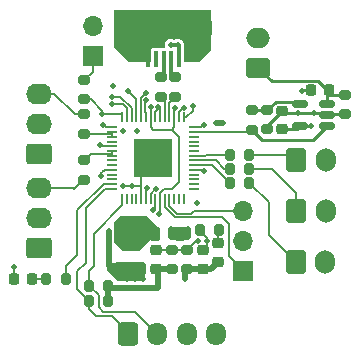
<source format=gtl>
G04 #@! TF.GenerationSoftware,KiCad,Pcbnew,(6.0.7)*
G04 #@! TF.CreationDate,2022-10-27T11:51:29+02:00*
G04 #@! TF.ProjectId,reservoirCon,72657365-7276-46f6-9972-436f6e2e6b69,rev?*
G04 #@! TF.SameCoordinates,Original*
G04 #@! TF.FileFunction,Copper,L1,Top*
G04 #@! TF.FilePolarity,Positive*
%FSLAX46Y46*%
G04 Gerber Fmt 4.6, Leading zero omitted, Abs format (unit mm)*
G04 Created by KiCad (PCBNEW (6.0.7)) date 2022-10-27 11:51:29*
%MOMM*%
%LPD*%
G01*
G04 APERTURE LIST*
G04 Aperture macros list*
%AMRoundRect*
0 Rectangle with rounded corners*
0 $1 Rounding radius*
0 $2 $3 $4 $5 $6 $7 $8 $9 X,Y pos of 4 corners*
0 Add a 4 corners polygon primitive as box body*
4,1,4,$2,$3,$4,$5,$6,$7,$8,$9,$2,$3,0*
0 Add four circle primitives for the rounded corners*
1,1,$1+$1,$2,$3*
1,1,$1+$1,$4,$5*
1,1,$1+$1,$6,$7*
1,1,$1+$1,$8,$9*
0 Add four rect primitives between the rounded corners*
20,1,$1+$1,$2,$3,$4,$5,0*
20,1,$1+$1,$4,$5,$6,$7,0*
20,1,$1+$1,$6,$7,$8,$9,0*
20,1,$1+$1,$8,$9,$2,$3,0*%
G04 Aperture macros list end*
G04 #@! TA.AperFunction,ComponentPad*
%ADD10RoundRect,0.250000X-0.600000X-0.750000X0.600000X-0.750000X0.600000X0.750000X-0.600000X0.750000X0*%
G04 #@! TD*
G04 #@! TA.AperFunction,ComponentPad*
%ADD11O,1.700000X2.000000*%
G04 #@! TD*
G04 #@! TA.AperFunction,SMDPad,CuDef*
%ADD12RoundRect,0.200000X-0.275000X0.200000X-0.275000X-0.200000X0.275000X-0.200000X0.275000X0.200000X0*%
G04 #@! TD*
G04 #@! TA.AperFunction,SMDPad,CuDef*
%ADD13RoundRect,0.200000X-0.200000X-0.275000X0.200000X-0.275000X0.200000X0.275000X-0.200000X0.275000X0*%
G04 #@! TD*
G04 #@! TA.AperFunction,SMDPad,CuDef*
%ADD14RoundRect,0.200000X0.275000X-0.200000X0.275000X0.200000X-0.275000X0.200000X-0.275000X-0.200000X0*%
G04 #@! TD*
G04 #@! TA.AperFunction,SMDPad,CuDef*
%ADD15RoundRect,0.050000X-0.387500X-0.050000X0.387500X-0.050000X0.387500X0.050000X-0.387500X0.050000X0*%
G04 #@! TD*
G04 #@! TA.AperFunction,SMDPad,CuDef*
%ADD16RoundRect,0.050000X-0.050000X-0.387500X0.050000X-0.387500X0.050000X0.387500X-0.050000X0.387500X0*%
G04 #@! TD*
G04 #@! TA.AperFunction,SMDPad,CuDef*
%ADD17R,3.200000X3.200000*%
G04 #@! TD*
G04 #@! TA.AperFunction,ComponentPad*
%ADD18R,1.700000X1.700000*%
G04 #@! TD*
G04 #@! TA.AperFunction,ComponentPad*
%ADD19O,1.700000X1.700000*%
G04 #@! TD*
G04 #@! TA.AperFunction,SMDPad,CuDef*
%ADD20RoundRect,0.200000X0.200000X0.275000X-0.200000X0.275000X-0.200000X-0.275000X0.200000X-0.275000X0*%
G04 #@! TD*
G04 #@! TA.AperFunction,ComponentPad*
%ADD21RoundRect,0.250000X0.750000X-0.600000X0.750000X0.600000X-0.750000X0.600000X-0.750000X-0.600000X0*%
G04 #@! TD*
G04 #@! TA.AperFunction,ComponentPad*
%ADD22O,2.000000X1.700000*%
G04 #@! TD*
G04 #@! TA.AperFunction,ComponentPad*
%ADD23RoundRect,0.250000X0.845000X-0.620000X0.845000X0.620000X-0.845000X0.620000X-0.845000X-0.620000X0*%
G04 #@! TD*
G04 #@! TA.AperFunction,ComponentPad*
%ADD24O,2.190000X1.740000*%
G04 #@! TD*
G04 #@! TA.AperFunction,ComponentPad*
%ADD25RoundRect,0.250000X-0.600000X-0.725000X0.600000X-0.725000X0.600000X0.725000X-0.600000X0.725000X0*%
G04 #@! TD*
G04 #@! TA.AperFunction,ComponentPad*
%ADD26O,1.700000X1.950000*%
G04 #@! TD*
G04 #@! TA.AperFunction,SMDPad,CuDef*
%ADD27RoundRect,0.225000X0.250000X-0.225000X0.250000X0.225000X-0.250000X0.225000X-0.250000X-0.225000X0*%
G04 #@! TD*
G04 #@! TA.AperFunction,SMDPad,CuDef*
%ADD28RoundRect,0.150000X0.512500X0.150000X-0.512500X0.150000X-0.512500X-0.150000X0.512500X-0.150000X0*%
G04 #@! TD*
G04 #@! TA.AperFunction,SMDPad,CuDef*
%ADD29RoundRect,0.225000X-0.250000X0.225000X-0.250000X-0.225000X0.250000X-0.225000X0.250000X0.225000X0*%
G04 #@! TD*
G04 #@! TA.AperFunction,SMDPad,CuDef*
%ADD30RoundRect,0.218750X-0.218750X-0.256250X0.218750X-0.256250X0.218750X0.256250X-0.218750X0.256250X0*%
G04 #@! TD*
G04 #@! TA.AperFunction,SMDPad,CuDef*
%ADD31RoundRect,0.218750X0.218750X0.381250X-0.218750X0.381250X-0.218750X-0.381250X0.218750X-0.381250X0*%
G04 #@! TD*
G04 #@! TA.AperFunction,SMDPad,CuDef*
%ADD32RoundRect,0.225000X0.225000X0.250000X-0.225000X0.250000X-0.225000X-0.250000X0.225000X-0.250000X0*%
G04 #@! TD*
G04 #@! TA.AperFunction,SMDPad,CuDef*
%ADD33R,0.400000X1.400000*%
G04 #@! TD*
G04 #@! TA.AperFunction,SMDPad,CuDef*
%ADD34R,1.750000X1.900000*%
G04 #@! TD*
G04 #@! TA.AperFunction,SMDPad,CuDef*
%ADD35R,1.150000X1.450000*%
G04 #@! TD*
G04 #@! TA.AperFunction,ComponentPad*
%ADD36O,1.050000X1.900000*%
G04 #@! TD*
G04 #@! TA.AperFunction,SMDPad,CuDef*
%ADD37RoundRect,0.250000X1.100000X-0.325000X1.100000X0.325000X-1.100000X0.325000X-1.100000X-0.325000X0*%
G04 #@! TD*
G04 #@! TA.AperFunction,ViaPad*
%ADD38C,0.500000*%
G04 #@! TD*
G04 #@! TA.AperFunction,Conductor*
%ADD39C,0.200000*%
G04 #@! TD*
G04 #@! TA.AperFunction,Conductor*
%ADD40C,0.250000*%
G04 #@! TD*
G04 #@! TA.AperFunction,Conductor*
%ADD41C,0.500000*%
G04 #@! TD*
G04 #@! TA.AperFunction,Conductor*
%ADD42C,0.300000*%
G04 #@! TD*
G04 #@! TA.AperFunction,Conductor*
%ADD43C,0.127000*%
G04 #@! TD*
G04 APERTURE END LIST*
D10*
X162250000Y-107000000D03*
D11*
X164750000Y-107000000D03*
D12*
X166333750Y-101450000D03*
X166333750Y-103100000D03*
D13*
X144675000Y-118900000D03*
X146325000Y-118900000D03*
D14*
X151700000Y-116225000D03*
X151700000Y-114575000D03*
D15*
X146662500Y-104200000D03*
X146662500Y-104600000D03*
X146662500Y-105000000D03*
X146662500Y-105400000D03*
X146662500Y-105800000D03*
X146662500Y-106200000D03*
X146662500Y-106600000D03*
X146662500Y-107000000D03*
X146662500Y-107400000D03*
X146662500Y-107800000D03*
X146662500Y-108200000D03*
X146662500Y-108600000D03*
X146662500Y-109000000D03*
X146662500Y-109400000D03*
D16*
X147500000Y-110237500D03*
X147900000Y-110237500D03*
X148300000Y-110237500D03*
X148700000Y-110237500D03*
X149100000Y-110237500D03*
X149500000Y-110237500D03*
X149900000Y-110237500D03*
X150300000Y-110237500D03*
X150700000Y-110237500D03*
X151100000Y-110237500D03*
X151500000Y-110237500D03*
X151900000Y-110237500D03*
X152300000Y-110237500D03*
X152700000Y-110237500D03*
D15*
X153537500Y-109400000D03*
X153537500Y-109000000D03*
X153537500Y-108600000D03*
X153537500Y-108200000D03*
X153537500Y-107800000D03*
X153537500Y-107400000D03*
X153537500Y-107000000D03*
X153537500Y-106600000D03*
X153537500Y-106200000D03*
X153537500Y-105800000D03*
X153537500Y-105400000D03*
X153537500Y-105000000D03*
X153537500Y-104600000D03*
X153537500Y-104200000D03*
D16*
X152700000Y-103362500D03*
X152300000Y-103362500D03*
X151900000Y-103362500D03*
X151500000Y-103362500D03*
X151100000Y-103362500D03*
X150700000Y-103362500D03*
X150300000Y-103362500D03*
X149900000Y-103362500D03*
X149500000Y-103362500D03*
X149100000Y-103362500D03*
X148700000Y-103362500D03*
X148300000Y-103362500D03*
X147900000Y-103362500D03*
X147500000Y-103362500D03*
D17*
X150100000Y-106800000D03*
D18*
X145000000Y-98200000D03*
D19*
X145000000Y-95660000D03*
D20*
X142725000Y-117000000D03*
X141075000Y-117000000D03*
D21*
X159000000Y-99150000D03*
D22*
X159000000Y-96650000D03*
D23*
X140420000Y-114440000D03*
D24*
X140420000Y-111900000D03*
X140420000Y-109360000D03*
D25*
X147950000Y-121700000D03*
D26*
X150450000Y-121700000D03*
X152950000Y-121700000D03*
X155450000Y-121700000D03*
D27*
X154300000Y-116175000D03*
X154300000Y-114625000D03*
D12*
X153000000Y-114575000D03*
X153000000Y-116225000D03*
D28*
X164821250Y-104095000D03*
X164821250Y-103145000D03*
X164821250Y-102195000D03*
X162546250Y-102195000D03*
X162546250Y-104095000D03*
D29*
X161033750Y-102800000D03*
X161033750Y-104350000D03*
X150400000Y-114625000D03*
X150400000Y-116175000D03*
D23*
X140420000Y-106440000D03*
D24*
X140420000Y-103900000D03*
X140420000Y-101360000D03*
D10*
X162250000Y-111300000D03*
D11*
X164750000Y-111300000D03*
D13*
X156600000Y-107700000D03*
X158250000Y-107700000D03*
D14*
X144300000Y-101825000D03*
X144300000Y-100175000D03*
X158496250Y-104390000D03*
X158496250Y-102740000D03*
D30*
X138312500Y-117000000D03*
X139887500Y-117000000D03*
D31*
X152362500Y-113200000D03*
X150237500Y-113200000D03*
D27*
X155600000Y-115575000D03*
X155600000Y-114025000D03*
D13*
X156600000Y-106500000D03*
X158250000Y-106500000D03*
D14*
X144300000Y-108625000D03*
X144300000Y-106975000D03*
X159783750Y-104370000D03*
X159783750Y-102720000D03*
D13*
X154075000Y-112900000D03*
X155725000Y-112900000D03*
X156600000Y-108900000D03*
X158250000Y-108900000D03*
D32*
X165008750Y-101075000D03*
X163458750Y-101075000D03*
D10*
X162200000Y-115600000D03*
D11*
X164700000Y-115600000D03*
D12*
X144300000Y-103075000D03*
X144300000Y-104725000D03*
D33*
X152300000Y-98450000D03*
X151650000Y-98450000D03*
X151000000Y-98450000D03*
X150350000Y-98450000D03*
X149700000Y-98450000D03*
D34*
X149875000Y-95800000D03*
X152125000Y-95800000D03*
D35*
X148680000Y-98030000D03*
D36*
X154575000Y-95800000D03*
X147425000Y-95800000D03*
D35*
X153320000Y-98030000D03*
D37*
X148200000Y-116175000D03*
X148200000Y-113225000D03*
D12*
X150800000Y-99975000D03*
X150800000Y-101625000D03*
X152000000Y-99975000D03*
X152000000Y-101625000D03*
D18*
X157700000Y-116325000D03*
D19*
X157700000Y-113785000D03*
X157700000Y-111245000D03*
D13*
X144675000Y-117600000D03*
X146325000Y-117600000D03*
D38*
X149600000Y-109300000D03*
X151300000Y-105800000D03*
X147600000Y-109200000D03*
X149800000Y-105800000D03*
X156000000Y-103800000D03*
X162700000Y-101100000D03*
X155000000Y-116175000D03*
X148300000Y-109200000D03*
X153800000Y-110600000D03*
X152800000Y-117000000D03*
X149300000Y-117000000D03*
X146400000Y-115000000D03*
X149100000Y-105800000D03*
X155400000Y-103800000D03*
X163509250Y-104095000D03*
X146400000Y-113600000D03*
X146400000Y-114300000D03*
X150500000Y-105800000D03*
X148600000Y-117000000D03*
X138300000Y-116000000D03*
X146754709Y-100707559D03*
X147900000Y-117000000D03*
X147600000Y-104500000D03*
X146400000Y-113000000D03*
X147600000Y-117800000D03*
X150500000Y-117800000D03*
X163700000Y-103000000D03*
X148400000Y-117800000D03*
X162400000Y-103000000D03*
X149100000Y-117800000D03*
X154400000Y-104000000D03*
X145900000Y-104000000D03*
X145700000Y-108300000D03*
X149800000Y-117800000D03*
X150526503Y-102500000D03*
X150100000Y-111200000D03*
X148748418Y-104500000D03*
X154400000Y-107900000D03*
X152700000Y-102548500D03*
X153500000Y-102400000D03*
X148100000Y-112000000D03*
X148700000Y-112000000D03*
X147500000Y-112000000D03*
X149300000Y-112000000D03*
X153100000Y-112800000D03*
X153100000Y-113500000D03*
X151600000Y-113500000D03*
X151600000Y-112800000D03*
X149900000Y-102500000D03*
X152000000Y-102555379D03*
X150637221Y-111522333D03*
X154700000Y-113800000D03*
X153900000Y-113800000D03*
X152200000Y-97200000D03*
X151600000Y-97200000D03*
X150400000Y-109400000D03*
X145800000Y-103107559D03*
X145600000Y-105700000D03*
X146600000Y-102234062D03*
X146600000Y-101607559D03*
X148000000Y-101107559D03*
X149501502Y-101291619D03*
X149517907Y-101917907D03*
D39*
X149500000Y-109400000D02*
X149500000Y-110237500D01*
X149600000Y-109300000D02*
X149500000Y-109400000D01*
D40*
X162725000Y-101075000D02*
X163458750Y-101075000D01*
D39*
X149100000Y-109200000D02*
X149100000Y-107800000D01*
D40*
X161033750Y-104350000D02*
X162291250Y-104350000D01*
D39*
X149100000Y-107800000D02*
X150100000Y-106800000D01*
D40*
X162546250Y-104095000D02*
X163509250Y-104095000D01*
D41*
X146400000Y-115900000D02*
X146675000Y-116175000D01*
X152800000Y-116425000D02*
X153000000Y-116225000D01*
X146400000Y-113000000D02*
X146400000Y-115900000D01*
D39*
X149100000Y-109200000D02*
X147600000Y-109200000D01*
X138312500Y-117000000D02*
X138312500Y-116012500D01*
D41*
X154300000Y-116175000D02*
X155000000Y-116175000D01*
X153000000Y-116225000D02*
X154250000Y-116225000D01*
X155000000Y-116175000D02*
X155600000Y-115575000D01*
X146675000Y-116175000D02*
X148200000Y-116175000D01*
D40*
X162291250Y-104350000D02*
X162546250Y-104095000D01*
D41*
X152800000Y-117000000D02*
X152800000Y-116425000D01*
D39*
X138312500Y-116012500D02*
X138300000Y-116000000D01*
D41*
X154250000Y-116225000D02*
X154300000Y-116175000D01*
X155400000Y-103800000D02*
X156000000Y-103800000D01*
D40*
X162700000Y-101100000D02*
X162725000Y-101075000D01*
D39*
X149100000Y-110237500D02*
X149100000Y-109200000D01*
D40*
X161233750Y-103000000D02*
X161033750Y-102800000D01*
D39*
X152300000Y-102929959D02*
X152300000Y-103362500D01*
X153537500Y-107800000D02*
X154300000Y-107800000D01*
D40*
X166333750Y-103100000D02*
X164866250Y-103100000D01*
D39*
X150300000Y-102900000D02*
X150526503Y-102673497D01*
D41*
X146325000Y-117600000D02*
X146325000Y-118900000D01*
D40*
X163700000Y-103000000D02*
X163500000Y-103000000D01*
X159783750Y-104050000D02*
X159783750Y-104370000D01*
D39*
X145700000Y-108100000D02*
X145700000Y-108300000D01*
D41*
X147600000Y-117800000D02*
X146525000Y-117800000D01*
D39*
X150526503Y-102673497D02*
X150526503Y-102500000D01*
D40*
X164676250Y-103000000D02*
X163700000Y-103000000D01*
D39*
X145800000Y-108000000D02*
X145700000Y-108100000D01*
D41*
X147600000Y-117800000D02*
X150500000Y-117800000D01*
D40*
X163500000Y-103000000D02*
X162400000Y-103000000D01*
D39*
X154200000Y-104200000D02*
X154400000Y-104000000D01*
X146100000Y-104200000D02*
X145900000Y-104000000D01*
X150700000Y-102673497D02*
X150526503Y-102500000D01*
X150700000Y-103362500D02*
X150700000Y-102673497D01*
D41*
X150400000Y-116175000D02*
X151650000Y-116175000D01*
X151650000Y-116175000D02*
X151700000Y-116225000D01*
D39*
X150300000Y-103362500D02*
X150300000Y-102900000D01*
X150300000Y-110237500D02*
X150300000Y-111000000D01*
X152700000Y-102548500D02*
X152618541Y-102629959D01*
D41*
X150500000Y-117800000D02*
X150500000Y-116275000D01*
X146525000Y-117800000D02*
X146325000Y-117600000D01*
D40*
X164866250Y-103100000D02*
X164821250Y-103145000D01*
D41*
X150500000Y-116275000D02*
X150400000Y-116175000D01*
D39*
X154300000Y-107800000D02*
X154400000Y-107900000D01*
D40*
X164821250Y-103145000D02*
X164676250Y-103000000D01*
D39*
X152618541Y-102629959D02*
X152600000Y-102629959D01*
X152600000Y-102629959D02*
X152300000Y-102929959D01*
X153537500Y-104200000D02*
X154200000Y-104200000D01*
X146662500Y-104200000D02*
X146100000Y-104200000D01*
X146662500Y-107800000D02*
X146000000Y-107800000D01*
X146000000Y-107800000D02*
X145800000Y-108000000D01*
D40*
X161033750Y-102800000D02*
X159783750Y-104050000D01*
X162400000Y-103000000D02*
X161233750Y-103000000D01*
D39*
X150300000Y-111000000D02*
X150100000Y-111200000D01*
X152937500Y-103362500D02*
X152700000Y-103362500D01*
X153500000Y-102400000D02*
X153500000Y-102800000D01*
X153500000Y-102800000D02*
X152937500Y-103362500D01*
D40*
X164821250Y-101582500D02*
X164821250Y-101262500D01*
X164875000Y-101075000D02*
X164100000Y-100300000D01*
X160150000Y-100300000D02*
X159000000Y-99150000D01*
X164821250Y-102195000D02*
X164821250Y-101582500D01*
X164953750Y-101450000D02*
X164821250Y-101582500D01*
X166333750Y-101450000D02*
X164953750Y-101450000D01*
X164100000Y-100300000D02*
X160150000Y-100300000D01*
X165008750Y-101075000D02*
X164875000Y-101075000D01*
X164821250Y-101262500D02*
X165008750Y-101075000D01*
D39*
X152300000Y-108800000D02*
X151700000Y-109400000D01*
X150700000Y-111459554D02*
X150700000Y-110237500D01*
X151700000Y-109400000D02*
X151074580Y-109400000D01*
X151900000Y-102655379D02*
X152000000Y-102555379D01*
X151900000Y-103362500D02*
X151900000Y-104200000D01*
X149900000Y-103362500D02*
X149900000Y-104200000D01*
X149900000Y-104200000D02*
X150100000Y-104400000D01*
X151700000Y-104400000D02*
X152300000Y-105000000D01*
X151074580Y-109400000D02*
X150700000Y-109774580D01*
X151900000Y-103362500D02*
X151900000Y-102655379D01*
X150637221Y-111522333D02*
X150700000Y-111459554D01*
X151900000Y-104200000D02*
X151700000Y-104400000D01*
X150700000Y-109774580D02*
X150700000Y-110237500D01*
X149900000Y-103362500D02*
X149900000Y-102500000D01*
X150100000Y-104400000D02*
X151700000Y-104400000D01*
X152300000Y-105000000D02*
X152300000Y-108800000D01*
X155600000Y-114025000D02*
X155600000Y-113025000D01*
X155600000Y-113025000D02*
X155725000Y-112900000D01*
X154700000Y-113525000D02*
X154700000Y-114225000D01*
X154075000Y-112900000D02*
X154700000Y-113525000D01*
X154700000Y-114225000D02*
X154300000Y-114625000D01*
X150450000Y-114575000D02*
X150400000Y-114625000D01*
X151700000Y-114575000D02*
X150450000Y-114575000D01*
X153000000Y-114575000D02*
X151700000Y-114575000D01*
X153775000Y-113800000D02*
X153000000Y-114575000D01*
X153900000Y-113800000D02*
X153775000Y-113800000D01*
X141075000Y-117000000D02*
X139887500Y-117000000D01*
D42*
X152300000Y-98450000D02*
X152300000Y-97300000D01*
X152300000Y-97300000D02*
X152200000Y-97200000D01*
X152200000Y-97200000D02*
X151600000Y-97200000D01*
X151650000Y-99625000D02*
X152000000Y-99975000D01*
X151650000Y-98450000D02*
X151650000Y-99625000D01*
X151000000Y-98450000D02*
X151000000Y-99775000D01*
X151000000Y-99775000D02*
X150800000Y-99975000D01*
D39*
X156500000Y-115125000D02*
X157700000Y-116325000D01*
X151100000Y-110237500D02*
X151100000Y-110962448D01*
X156500000Y-112400000D02*
X156500000Y-115125000D01*
X151100000Y-110962448D02*
X151964552Y-111827000D01*
X151964552Y-111827000D02*
X155927000Y-111827000D01*
X155927000Y-111827000D02*
X156500000Y-112400000D01*
X153555000Y-111245000D02*
X157700000Y-111245000D01*
X151500000Y-110237500D02*
X151500000Y-110900000D01*
X153300000Y-111500000D02*
X153555000Y-111245000D01*
X152100000Y-111500000D02*
X153300000Y-111500000D01*
X151500000Y-110900000D02*
X152100000Y-111500000D01*
X144300000Y-100175000D02*
X145000000Y-99475000D01*
X145000000Y-99475000D02*
X145000000Y-98200000D01*
X141760000Y-101360000D02*
X140420000Y-101360000D01*
X144300000Y-103075000D02*
X143475000Y-103075000D01*
X143475000Y-103075000D02*
X141760000Y-101360000D01*
X143400000Y-109400000D02*
X143360000Y-109360000D01*
X143360000Y-109360000D02*
X140420000Y-109360000D01*
X144300000Y-108625000D02*
X144175000Y-108625000D01*
X144175000Y-108625000D02*
X143400000Y-109400000D01*
X158250000Y-106500000D02*
X161750000Y-106500000D01*
X161750000Y-106500000D02*
X162250000Y-107000000D01*
X162250000Y-109750000D02*
X160200000Y-107700000D01*
X162250000Y-111300000D02*
X162250000Y-109750000D01*
X160200000Y-107700000D02*
X158250000Y-107700000D01*
X150308263Y-109400000D02*
X149900000Y-109808263D01*
X149900000Y-109808263D02*
X149900000Y-110237500D01*
X150400000Y-109400000D02*
X150308263Y-109400000D01*
X151100000Y-101925000D02*
X150800000Y-101625000D01*
X151100000Y-103362500D02*
X151100000Y-101925000D01*
X151500000Y-102125000D02*
X152000000Y-101625000D01*
X151500000Y-103362500D02*
X151500000Y-102125000D01*
D43*
X147362500Y-103107559D02*
X145800000Y-103107559D01*
X145800000Y-103107559D02*
X145800000Y-102800000D01*
X145800000Y-102800000D02*
X144825000Y-101825000D01*
X144825000Y-101825000D02*
X144300000Y-101825000D01*
D39*
X144675000Y-116325000D02*
X144675000Y-117600000D01*
X145500000Y-119400000D02*
X145500000Y-118425000D01*
X145100000Y-113200000D02*
X145100000Y-115900000D01*
X145900000Y-119800000D02*
X145500000Y-119400000D01*
X147500000Y-110800000D02*
X145100000Y-113200000D01*
X150450000Y-121700000D02*
X148550000Y-119800000D01*
X147500000Y-110237500D02*
X147500000Y-110800000D01*
X145500000Y-118425000D02*
X144675000Y-117600000D01*
X145100000Y-115900000D02*
X144675000Y-116325000D01*
X148550000Y-119800000D02*
X145900000Y-119800000D01*
X143700000Y-117900000D02*
X143700000Y-116400000D01*
X146000000Y-109400000D02*
X146662500Y-109400000D01*
X145300000Y-120200000D02*
X144675000Y-119575000D01*
X144675000Y-118875000D02*
X143700000Y-117900000D01*
X143700000Y-116400000D02*
X144400000Y-115700000D01*
X147950000Y-121700000D02*
X147950000Y-121550000D01*
X144675000Y-119575000D02*
X144675000Y-118900000D01*
X144400000Y-111000000D02*
X146000000Y-109400000D01*
X147950000Y-121550000D02*
X146600000Y-120200000D01*
X144675000Y-118900000D02*
X144675000Y-118875000D01*
X144400000Y-115700000D02*
X144400000Y-111000000D01*
X146600000Y-120200000D02*
X145300000Y-120200000D01*
X146662500Y-105000000D02*
X146662500Y-104762500D01*
X144300000Y-104725000D02*
X146625000Y-104725000D01*
X146625000Y-104725000D02*
X146662500Y-104762500D01*
X146662500Y-104762500D02*
X146662500Y-104600000D01*
X146662500Y-106437500D02*
X144837500Y-106437500D01*
X146662500Y-106200000D02*
X146662500Y-106437500D01*
X144837500Y-106437500D02*
X144300000Y-106975000D01*
X146662500Y-106437500D02*
X146662500Y-106600000D01*
X145700000Y-105800000D02*
X145600000Y-105700000D01*
X146662500Y-105800000D02*
X145700000Y-105800000D01*
D40*
X159345000Y-105245000D02*
X158496250Y-104396250D01*
D39*
X158286250Y-104600000D02*
X158496250Y-104390000D01*
D40*
X163671250Y-105245000D02*
X159345000Y-105245000D01*
X158496250Y-104396250D02*
X158496250Y-104390000D01*
X164821250Y-104095000D02*
X163671250Y-105245000D01*
D39*
X153537500Y-104600000D02*
X158286250Y-104600000D01*
D40*
X158516250Y-102720000D02*
X158496250Y-102740000D01*
X159783750Y-102720000D02*
X158516250Y-102720000D01*
X160478750Y-102025000D02*
X159783750Y-102720000D01*
X162376250Y-102025000D02*
X160478750Y-102025000D01*
X162546250Y-102195000D02*
X162376250Y-102025000D01*
D39*
X153537500Y-106600000D02*
X154500000Y-106600000D01*
X154600000Y-106500000D02*
X156600000Y-106500000D01*
X154500000Y-106600000D02*
X154600000Y-106500000D01*
X153537500Y-107000000D02*
X155400000Y-107000000D01*
X156100000Y-107700000D02*
X156600000Y-107700000D01*
X155400000Y-107000000D02*
X156100000Y-107700000D01*
X153537500Y-107400000D02*
X155100000Y-107400000D01*
X155100000Y-107400000D02*
X156600000Y-108900000D01*
D43*
X147900000Y-102970059D02*
X147900000Y-102592441D01*
X147541621Y-102234062D02*
X146600000Y-102234062D01*
X147900000Y-102592441D02*
X147541621Y-102234062D01*
X147315118Y-101607559D02*
X146600000Y-101607559D01*
X148300000Y-102592441D02*
X147315118Y-101607559D01*
X148300000Y-102970059D02*
X148300000Y-102592441D01*
X148700000Y-102970059D02*
X148700000Y-101807559D01*
X148700000Y-101807559D02*
X148000000Y-101107559D01*
X149501502Y-101291619D02*
X149059500Y-101733621D01*
X149059500Y-102929559D02*
X149100000Y-102970059D01*
X149059500Y-101733621D02*
X149059500Y-102929559D01*
X149500000Y-102970059D02*
X149400000Y-102870059D01*
X149400000Y-102035814D02*
X149517907Y-101917907D01*
X149400000Y-102870059D02*
X149400000Y-102035814D01*
D39*
X159900000Y-113300000D02*
X162200000Y-115600000D01*
X158250000Y-108900000D02*
X159900000Y-110550000D01*
X159900000Y-110550000D02*
X159900000Y-113300000D01*
X145937552Y-109000000D02*
X146662500Y-109000000D01*
X143700000Y-111237552D02*
X145937552Y-109000000D01*
X143700000Y-115000000D02*
X143700000Y-111237552D01*
X142725000Y-115975000D02*
X143700000Y-115000000D01*
X142725000Y-117000000D02*
X142725000Y-115975000D01*
G04 #@! TA.AperFunction,Conductor*
G36*
X149618306Y-111718306D02*
G01*
X150581694Y-112681694D01*
X150600000Y-112725888D01*
X150600000Y-112974112D01*
X150581694Y-113018306D01*
X148918306Y-114681694D01*
X148874112Y-114700000D01*
X147625888Y-114700000D01*
X147581694Y-114681694D01*
X146818306Y-113918306D01*
X146800000Y-113874112D01*
X146800000Y-112225888D01*
X146818306Y-112181694D01*
X147281694Y-111718306D01*
X147325888Y-111700000D01*
X149574112Y-111700000D01*
X149618306Y-111718306D01*
G37*
G04 #@! TD.AperFunction*
G04 #@! TA.AperFunction,Conductor*
G36*
X154981694Y-94272806D02*
G01*
X155000000Y-94317000D01*
X155000000Y-97674112D01*
X154981694Y-97718306D01*
X154018306Y-98681694D01*
X153974112Y-98700000D01*
X152817000Y-98700000D01*
X152772806Y-98681694D01*
X152754500Y-98637500D01*
X152754499Y-97728005D01*
X152754499Y-97724934D01*
X152739734Y-97650699D01*
X152715032Y-97613730D01*
X152704500Y-97579009D01*
X152704500Y-97268166D01*
X152704499Y-97268160D01*
X152704499Y-97247614D01*
X152705365Y-97237245D01*
X152709136Y-97214829D01*
X152709536Y-97212453D01*
X152709688Y-97200000D01*
X152689201Y-97056948D01*
X152686489Y-97050982D01*
X152631231Y-96929448D01*
X152631230Y-96929447D01*
X152629388Y-96925395D01*
X152626486Y-96922027D01*
X152626484Y-96922024D01*
X152537959Y-96819287D01*
X152535056Y-96815918D01*
X152528785Y-96811853D01*
X152499621Y-96792950D01*
X152413790Y-96737317D01*
X152409526Y-96736042D01*
X152409522Y-96736040D01*
X152279604Y-96697186D01*
X152279603Y-96697186D01*
X152275337Y-96695910D01*
X152205403Y-96695483D01*
X152135281Y-96695055D01*
X152135280Y-96695055D01*
X152130827Y-96695028D01*
X151991879Y-96734739D01*
X151940710Y-96767025D01*
X151933425Y-96771621D01*
X151886281Y-96779722D01*
X151866080Y-96771209D01*
X151817532Y-96739741D01*
X151817524Y-96739737D01*
X151813790Y-96737317D01*
X151809526Y-96736042D01*
X151809522Y-96736040D01*
X151679604Y-96697186D01*
X151679603Y-96697186D01*
X151675337Y-96695910D01*
X151605403Y-96695483D01*
X151535281Y-96695055D01*
X151535280Y-96695055D01*
X151530827Y-96695028D01*
X151391879Y-96734739D01*
X151269661Y-96811853D01*
X151266718Y-96815185D01*
X151266716Y-96815187D01*
X151176946Y-96916833D01*
X151173999Y-96920170D01*
X151172107Y-96924200D01*
X151114475Y-97046951D01*
X151114474Y-97046954D01*
X151112583Y-97050982D01*
X151090350Y-97193773D01*
X151090927Y-97198186D01*
X151090927Y-97198187D01*
X151100077Y-97268160D01*
X151109088Y-97337065D01*
X151140225Y-97407830D01*
X151141269Y-97455652D01*
X151108190Y-97490207D01*
X151083018Y-97495500D01*
X150786572Y-97495501D01*
X150774934Y-97495501D01*
X150771925Y-97496100D01*
X150771920Y-97496100D01*
X150733516Y-97503739D01*
X150700699Y-97510266D01*
X150697649Y-97512304D01*
X150652351Y-97512304D01*
X150649301Y-97510266D01*
X150643260Y-97509064D01*
X150643259Y-97509064D01*
X150578080Y-97496099D01*
X150578077Y-97496099D01*
X150575067Y-97495500D01*
X150571996Y-97495500D01*
X150350001Y-97495501D01*
X150124934Y-97495501D01*
X150121925Y-97496100D01*
X150121920Y-97496100D01*
X150056742Y-97509064D01*
X150050699Y-97510266D01*
X149966516Y-97566516D01*
X149910266Y-97650699D01*
X149895500Y-97724933D01*
X149895500Y-97728004D01*
X149895501Y-98637500D01*
X149877195Y-98681694D01*
X149833001Y-98700000D01*
X148125888Y-98700000D01*
X148081694Y-98681694D01*
X146818306Y-97418306D01*
X146800000Y-97374112D01*
X146800000Y-94317000D01*
X146818306Y-94272806D01*
X146862500Y-94254500D01*
X154937500Y-94254500D01*
X154981694Y-94272806D01*
G37*
G04 #@! TD.AperFunction*
G04 #@! TA.AperFunction,Conductor*
G36*
X149381694Y-115718306D02*
G01*
X149400000Y-115762500D01*
X149400000Y-117074112D01*
X149381694Y-117118306D01*
X149318306Y-117181694D01*
X149274112Y-117200000D01*
X147125888Y-117200000D01*
X147081694Y-117181694D01*
X146218306Y-116318306D01*
X146200000Y-116274112D01*
X146200000Y-115762500D01*
X146218306Y-115718306D01*
X146262500Y-115700000D01*
X149337500Y-115700000D01*
X149381694Y-115718306D01*
G37*
G04 #@! TD.AperFunction*
G04 #@! TA.AperFunction,Conductor*
G36*
X153118306Y-112618306D02*
G01*
X153281694Y-112781694D01*
X153300000Y-112825888D01*
X153300000Y-113474112D01*
X153281694Y-113518306D01*
X153118306Y-113681694D01*
X153074112Y-113700000D01*
X151625888Y-113700000D01*
X151581694Y-113681694D01*
X151418306Y-113518306D01*
X151400000Y-113474112D01*
X151400000Y-112825888D01*
X151418306Y-112781694D01*
X151581694Y-112618306D01*
X151625888Y-112600000D01*
X153074112Y-112600000D01*
X153118306Y-112618306D01*
G37*
G04 #@! TD.AperFunction*
M02*

</source>
